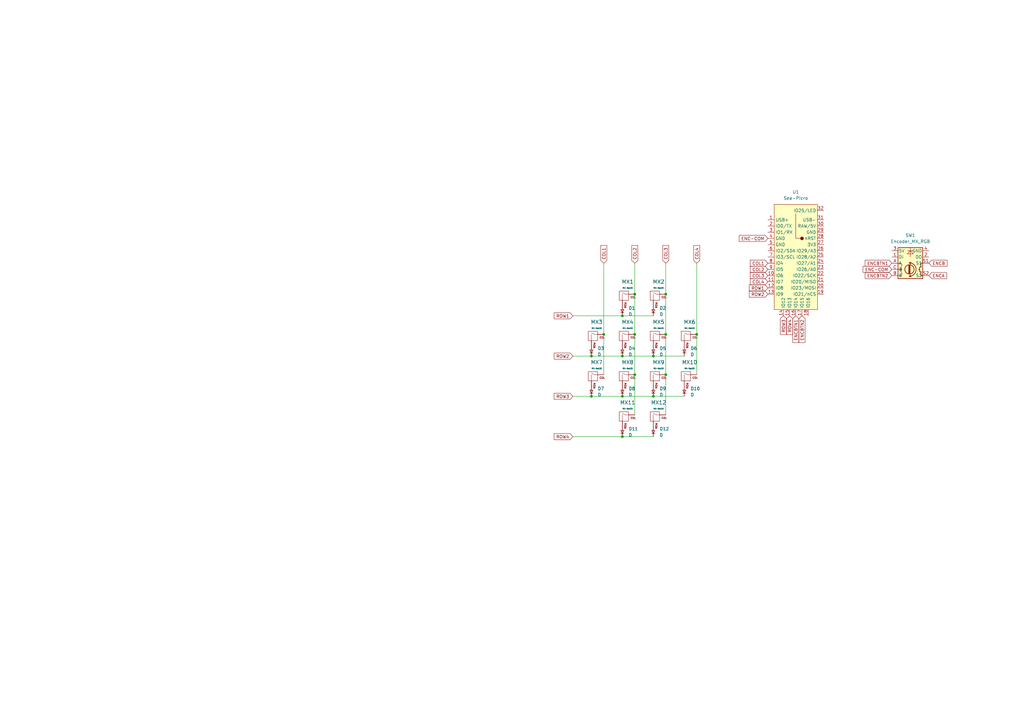
<source format=kicad_sch>
(kicad_sch (version 20250114) (generator "eeschema") (generator_version "9.0")
  (paper "A3")
  (title_block (title "DESIGN_TITLE") (rev "VER_NO") (company "Josh Johnson"))
  (lib_symbols
    (symbol "josh-keyboard:D" (pin_numbers (hide yes)) (pin_names (offset 1.016) (hide yes))
      (property "Reference" "D" (at 0 1.905 0))
      (property "Value" "D" (at 0 -1.905 0))
      (property "Footprint" "josh-passives-smt:D_SOD-123" (at -0.508 7.366 0))
      (symbol "D_0_1"
        (polyline (pts (xy 0 0.635) (xy 0 0) (xy 0 -0.635)) (stroke (width 0.2032)))
        (polyline (pts (xy 1.27 0.635) (xy 1.27 -0.635) (xy 0 0) (xy 1.27 0.635)) (stroke (width 0.2032)))
        (polyline (pts (xy 1.27 0) (xy 0 0)))
      )
      (symbol "D_1_1"
        (pin passive line (at -1.27 0 0) (length 1.27) (name "K") (number "1"))
        (pin passive line (at 2.54 0 180) (length 1.27) (name "A") (number "2"))
      )
    )
    (symbol "josh-keyboard:Encoder_MX_RGB" (pin_names (offset 0.254))
      (property "Reference" "SW" (at -3.81 7.62 0))
      (property "Value" "Encoder_MX_RGB" (at 0 -7.62 0))
      (symbol "Encoder_MX_RGB_0_1"
        (rectangle (start -5.08 6.35) (end 5.08 -6.35) (stroke (width 0.254)) (fill (type background)))
        (polyline (pts (xy -5.08 0) (xy -3.81 0) (xy -3.81 -0.508)))
        (polyline (pts (xy -5.08 -2.54) (xy -3.81 -2.54) (xy -3.81 -3.556) (xy -3.302 -4.572)))
        (polyline (pts (xy -5.08 -5.08) (xy -3.81 -5.08) (xy -3.81 -4.572)))
        (polyline (pts (xy -4.318 -2.54) (xy -3.81 -2.54) (xy -3.81 -1.524) (xy -3.302 -0.508)))
        (circle (center -3.81 -2.54) (radius 0.254) (fill (type outline)))
        (polyline (pts (xy -0.635 -4.318) (xy -0.635 -0.762)) (stroke (width 0.254)))
        (circle (center -0.381 -2.54) (radius 1.905) (stroke (width 0.254)))
        (arc (start -0.381 0.127) (mid 2.3368 -2.5908) (end -0.381 -5.334) (stroke (width 0.254)))
        (polyline (pts (xy -0.381 -4.318) (xy -0.381 -0.762)) (stroke (width 0.254)))
        (polyline (pts (xy -0.127 -0.762) (xy -0.127 -4.318)) (stroke (width 0.254)))
        (polyline (pts (xy 0 5.08) (xy -1.27 3.81) (xy 0 3.81) (xy 1.27 3.81) (xy 0 5.08) (xy -1.27 5.08) (xy 1.27 5.08)))
        (polyline (pts (xy 0 2.54) (xy 0 6.35)))
        (polyline (pts (xy 0.254 0.381) (xy -0.508 0.127) (xy 0.127 -0.254)) (stroke (width 0.254)))
        (polyline (pts (xy 0.254 -5.588) (xy -0.508 -5.334) (xy 0.127 -4.953)) (stroke (width 0.254)))
        (polyline (pts (xy 3.81 -1.524) (xy 3.81 -3.556)) (stroke (width 0.254)))
        (polyline (pts (xy 3.81 -2.54) (xy 3.429 -2.54)) (stroke (width 0.254)))
        (circle (center 4.318 -1.524) (radius 0.127) (stroke (width 0.254)))
        (circle (center 4.318 -3.556) (radius 0.127) (stroke (width 0.254)))
        (polyline (pts (xy 5.08 0) (xy 4.318 0) (xy 4.318 -1.524)) (stroke (width 0.254)))
        (polyline (pts (xy 5.08 -5.08) (xy 4.318 -5.08) (xy 4.318 -3.556)) (stroke (width 0.254)))
      )
      (symbol "Encoder_MX_RGB_1_1"
        (pin input line (at -7.62 5.08 0) (length 2.54) (name "5V") (number "3"))
        (pin input line (at -7.62 2.54 0) (length 2.54) (name "DI") (number "1"))
        (pin passive line (at -7.62 0 0) (length 2.54) (name "A") (number "A"))
        (pin passive line (at -7.62 -2.54 0) (length 2.54) (name "C") (number "C"))
        (pin passive line (at -7.62 -5.08 0) (length 2.54) (name "B") (number "B"))
        (pin input line (at 7.62 5.08 180) (length 2.54) (name "GND") (number "4"))
        (pin output line (at 7.62 2.54 180) (length 2.54) (name "DO") (number "2"))
        (pin passive line (at 7.62 0 180) (length 2.54) (name "S1") (number "S1"))
        (pin passive line (at 7.62 -5.08 180) (length 2.54) (name "S2") (number "S2"))
      )
    )
    (symbol "josh-keyboard:MX-NoLED" (pin_names (offset 1.016))
      (property "Reference" "MX" (at -0.635 3.81 0))
      (property "Value" "MX-NoLED" (at -0.635 1.27 0))
      (symbol "MX-NoLED_0_0"
        (rectangle (start -2.54 2.54) (end 1.27 -1.27))
        (polyline (pts (xy -1.27 -1.27) (xy -1.27 1.27)) (stroke (width 0.127)))
        (polyline (pts (xy 1.27 1.27) (xy 0 1.27) (xy -1.27 1.905)) (stroke (width 0.127)))
        (text "ROW" (at 0 -1.905 900) (effects (font (size 0.762 0.762)) (justify right)))
        (text "COL" (at 3.175 0 0) (effects (font (size 0.762 0.762))))
      )
      (symbol "MX-NoLED_1_1"
        (pin passive line (at -1.27 -3.81 90) (length 2.54) (name "ROW") (number "2"))
        (pin passive line (at 3.81 1.27 180) (length 2.54) (name "COL") (number "1"))
      )
    )
    (symbol "josh-module:Sea-Picro"
      (property "Reference" "U" (at -7.62 26.67 0))
      (property "Value" "Sea-Picro" (at -3.81 24.13 0))
      (symbol "Sea-Picro_0_1"
        (rectangle (start -8.89 22.86) (end 8.89 -20.32) (fill (type background)))
        (polyline (pts (xy 1.905 8.89) (xy 0 8.89) (xy 0 19.05) (xy 0 19.05)))
        (circle (center 2.54 8.89) (radius 0.635) (fill (type outline)))
      )
      (symbol "Sea-Picro_1_1"
        (pin bidirectional line (at -11.43 16.51 0) (length 2.54) (name "USB+") (number "1"))
        (pin bidirectional line (at -11.43 13.97 0) (length 2.54) (name "IO0/TX") (number "2"))
        (pin bidirectional line (at -11.43 11.43 0) (length 2.54) (name "IO1/RX") (number "3"))
        (pin power_in line (at -11.43 8.89 0) (length 2.54) (name "GND") (number "4"))
        (pin power_in line (at -11.43 6.35 0) (length 2.54) (name "GND") (number "5"))
        (pin bidirectional line (at -11.43 3.81 0) (length 2.54) (name "IO2/SDA") (number "6"))
        (pin bidirectional line (at -11.43 1.27 0) (length 2.54) (name "IO3/SCL") (number "7"))
        (pin bidirectional line (at -11.43 -1.27 0) (length 2.54) (name "IO4") (number "8"))
        (pin bidirectional line (at -11.43 -3.81 0) (length 2.54) (name "IO5") (number "9"))
        (pin bidirectional line (at -11.43 -6.35 0) (length 2.54) (name "IO6") (number "10"))
        (pin bidirectional line (at -11.43 -8.89 0) (length 2.54) (name "IO7") (number "11"))
        (pin bidirectional line (at -11.43 -11.43 0) (length 2.54) (name "IO8") (number "12"))
        (pin bidirectional line (at -11.43 -13.97 0) (length 2.54) (name "IO9") (number "13"))
        (pin bidirectional line (at -5.08 -22.86 90) (length 2.54) (name "IO12") (number "14"))
        (pin bidirectional line (at -2.54 -22.86 90) (length 2.54) (name "IO13") (number "15"))
        (pin bidirectional line (at 0 -22.86 90) (length 2.54) (name "IO14") (number "16"))
        (pin bidirectional line (at 2.54 -22.86 90) (length 2.54) (name "IO15") (number "17"))
        (pin bidirectional line (at 5.08 -22.86 90) (length 2.54) (name "IO16") (number "18"))
        (pin bidirectional line (at 11.43 20.32 180) (length 2.54) (name "IO25/LED") (number "32"))
        (pin bidirectional line (at 11.43 16.51 180) (length 2.54) (name "USB-") (number "31"))
        (pin power_in line (at 11.43 13.97 180) (length 2.54) (name "RAW/5V") (number "30"))
        (pin power_in line (at 11.43 11.43 180) (length 2.54) (name "GND") (number "29"))
        (pin bidirectional line (at 11.43 8.89 180) (length 2.54) (name "nRST") (number "28"))
        (pin power_out line (at 11.43 6.35 180) (length 2.54) (name "3V3") (number "27"))
        (pin bidirectional line (at 11.43 3.81 180) (length 2.54) (name "IO29/A3") (number "26"))
        (pin bidirectional line (at 11.43 1.27 180) (length 2.54) (name "IO28/A2") (number "25"))
        (pin bidirectional line (at 11.43 -1.27 180) (length 2.54) (name "IO27/A1") (number "24"))
        (pin bidirectional line (at 11.43 -3.81 180) (length 2.54) (name "IO26/A0") (number "23"))
        (pin bidirectional line (at 11.43 -6.35 180) (length 2.54) (name "IO22/SCK") (number "22"))
        (pin bidirectional line (at 11.43 -8.89 180) (length 2.54) (name "IO20/MISO") (number "21"))
        (pin bidirectional line (at 11.43 -11.43 180) (length 2.54) (name "IO23/MOSI") (number "20"))
        (pin bidirectional line (at 11.43 -13.97 180) (length 2.54) (name "IO21/nCS") (number "19"))
      )
    )
  )
  (junction (at 260.35 153.67))
  (junction (at 260.35 120.65))
  (junction (at 242.57 162.56))
  (junction (at 255.27 179.07))
  (junction (at 273.05 137.16))
  (junction (at 247.65 137.16))
  (junction (at 267.97 146.05))
  (junction (at 285.75 137.16))
  (junction (at 255.27 129.54))
  (junction (at 267.97 162.56))
  (junction (at 255.27 162.56))
  (junction (at 273.05 120.65))
  (junction (at 255.27 146.05))
  (junction (at 242.57 146.05))
  (junction (at 273.05 153.67))
  (junction (at 260.35 137.16))
  (wire (pts (xy 260.35 120.65) (xy 260.35 137.16)))
  (wire (pts (xy 273.05 153.67) (xy 273.05 170.18)))
  (wire (pts (xy 260.35 153.67) (xy 260.35 170.18)))
  (wire (pts (xy 260.35 107.95) (xy 260.35 120.65)))
  (wire (pts (xy 242.57 162.56) (xy 255.27 162.56)))
  (wire (pts (xy 273.05 120.65) (xy 273.05 137.16)))
  (wire (pts (xy 267.97 162.56) (xy 280.67 162.56)))
  (wire (pts (xy 285.75 107.95) (xy 285.75 137.16)))
  (wire (pts (xy 273.05 107.95) (xy 273.05 120.65)))
  (wire (pts (xy 234.95 179.07) (xy 255.27 179.07)))
  (wire (pts (xy 255.27 129.54) (xy 267.97 129.54)))
  (wire (pts (xy 247.65 137.16) (xy 247.65 153.67)))
  (wire (pts (xy 260.35 137.16) (xy 260.35 153.67)))
  (wire (pts (xy 285.75 137.16) (xy 285.75 153.67)))
  (wire (pts (xy 255.27 179.07) (xy 267.97 179.07)))
  (wire (pts (xy 242.57 146.05) (xy 255.27 146.05)))
  (wire (pts (xy 234.95 162.56) (xy 242.57 162.56)))
  (wire (pts (xy 234.95 146.05) (xy 242.57 146.05)))
  (wire (pts (xy 247.65 107.95) (xy 247.65 137.16)))
  (wire (pts (xy 234.95 129.54) (xy 255.27 129.54)))
  (wire (pts (xy 273.05 137.16) (xy 273.05 153.67)))
  (wire (pts (xy 267.97 146.05) (xy 280.67 146.05)))
  (wire (pts (xy 255.27 146.05) (xy 267.97 146.05)))
  (wire (pts (xy 255.27 162.56) (xy 267.97 162.56)))
  (global_label "COL1" (shape input) (at 247.65 107.95 90) (property "Intersheetrefs" "${INTERSHEET_REFS}" (effects (hide yes))))
  (global_label "ROW2" (shape input) (at 234.95 146.05 180) (property "Intersheetrefs" "${INTERSHEET_REFS}" (effects (hide yes))))
  (global_label "ROW1" (shape input) (at 234.95 129.54 180) (property "Intersheetrefs" "${INTERSHEET_REFS}" (effects (hide yes))))
  (global_label "ROW3" (shape input) (at 234.95 162.56 180) (property "Intersheetrefs" "${INTERSHEET_REFS}" (effects (hide yes))))
  (global_label "ENCA" (shape input) (at 381 113.03 0) (property "Intersheetrefs" "${INTERSHEET_REFS}" (effects (hide yes))))
  (global_label "COL2" (shape input) (at 314.96 110.49 180) (property "Intersheetrefs" "${INTERSHEET_REFS}" (effects (hide yes))))
  (global_label "ENCBTN1" (shape input) (at 365.76 107.95 180) (property "Intersheetrefs" "${INTERSHEET_REFS}" (effects (hide yes))))
  (global_label "ROW1" (shape input) (at 314.96 118.11 180) (property "Intersheetrefs" "${INTERSHEET_REFS}" (effects (hide yes))))
  (global_label "ROW2" (shape input) (at 314.96 120.65 180) (property "Intersheetrefs" "${INTERSHEET_REFS}" (effects (hide yes))))
  (global_label "ROW4" (shape input) (at 234.95 179.07 180) (property "Intersheetrefs" "${INTERSHEET_REFS}" (effects (hide yes))))
  (global_label "COL3" (shape input) (at 273.05 107.95 90) (property "Intersheetrefs" "${INTERSHEET_REFS}" (effects (hide yes))))
  (global_label "ENC-COM" (shape input) (at 314.96 97.79 180) (property "Intersheetrefs" "${INTERSHEET_REFS}" (effects (hide yes))))
  (global_label "COL3" (shape input) (at 314.96 113.03 180) (property "Intersheetrefs" "${INTERSHEET_REFS}" (effects (hide yes))))
  (global_label "COL4" (shape input) (at 285.75 107.95 90) (property "Intersheetrefs" "${INTERSHEET_REFS}" (effects (hide yes))))
  (global_label "ROW3" (shape input) (at 321.31 129.54 270) (property "Intersheetrefs" "${INTERSHEET_REFS}" (effects (hide yes))))
  (global_label "COL1" (shape input) (at 314.96 107.95 180) (property "Intersheetrefs" "${INTERSHEET_REFS}" (effects (hide yes))))
  (global_label "COL4" (shape input) (at 314.96 115.57 180) (property "Intersheetrefs" "${INTERSHEET_REFS}" (effects (hide yes))))
  (global_label "ENC-COM" (shape input) (at 365.76 110.49 180) (property "Intersheetrefs" "${INTERSHEET_REFS}" (effects (hide yes))))
  (global_label "ENCBTN1" (shape input) (at 326.39 129.54 270) (property "Intersheetrefs" "${INTERSHEET_REFS}" (effects (hide yes))))
  (global_label "ENCB" (shape input) (at 381 107.95 0) (property "Intersheetrefs" "${INTERSHEET_REFS}" (effects (hide yes))))
  (global_label "ENCBTN2" (shape input) (at 365.76 113.03 180) (property "Intersheetrefs" "${INTERSHEET_REFS}" (effects (hide yes))))
  (global_label "ROW4" (shape input) (at 323.85 129.54 270) (property "Intersheetrefs" "${INTERSHEET_REFS}" (effects (hide yes))))
  (global_label "ENCBTN2" (shape input) (at 328.93 129.54 270) (property "Intersheetrefs" "${INTERSHEET_REFS}" (effects (hide yes))))
  (global_label "COL2" (shape input) (at 260.35 107.95 90) (property "Intersheetrefs" "${INTERSHEET_REFS}" (effects (hide yes))))
  (symbol (lib_id "josh-keyboard:D") (at 267.97 128.27 90) (unit 1)
    (property "Reference" "D2" (at 270.51 126.3649 90) (effects (justify right)))
    (property "Value" "D" (at 270.51 128.9049 90) (effects (justify right)))
    (property "Footprint" "josh-passives-smt:D_SOD-123" (effects (hide yes)))
    (property "Description" "Diode" (effects (hide yes)))
  )
  (symbol (lib_id "josh-keyboard:D") (at 280.67 144.78 90) (unit 1)
    (property "Reference" "D6" (at 283.21 142.8749 90) (effects (justify right)))
    (property "Value" "D" (at 283.21 145.4149 90) (effects (justify right)))
    (property "Footprint" "josh-passives-smt:D_SOD-123" (effects (hide yes)))
    (property "Description" "Diode" (effects (hide yes)))
  )
  (symbol (lib_id "josh-keyboard:MX-NoLED") (at 269.24 121.92 0) (unit 1)
    (property "Reference" "MX2" (at 270.1352 115.57 0) (effects (font (size 1.524 1.524))))
    (property "Value" "MX-NoLED" (at 270.1352 118.11 0) (effects (font (size 0.508 0.508))))
    (property "Footprint" "josh-keyboard:Choc_Hotswap" (effects (hide yes)))
  )
  (symbol (lib_id "josh-keyboard:MX-NoLED") (at 281.94 154.94 0) (unit 1)
    (property "Reference" "MX10" (at 282.8352 148.59 0) (effects (font (size 1.524 1.524))))
    (property "Value" "MX-NoLED" (at 282.8352 151.13 0) (effects (font (size 0.508 0.508))))
    (property "Footprint" "josh-keyboard:Choc_Hotswap" (effects (hide yes)))
  )
  (symbol (lib_id "josh-keyboard:MX-NoLED") (at 256.54 171.45 0) (unit 1)
    (property "Reference" "MX11" (at 257.4352 165.1 0) (effects (font (size 1.524 1.524))))
    (property "Value" "MX-NoLED" (at 257.4352 167.64 0) (effects (font (size 0.508 0.508))))
    (property "Footprint" "josh-keyboard:Choc_Hotswap" (effects (hide yes)))
  )
  (symbol (lib_id "josh-keyboard:D") (at 280.67 161.29 90) (unit 1)
    (property "Reference" "D10" (at 283.21 159.3849 90) (effects (justify right)))
    (property "Value" "D" (at 283.21 161.9249 90) (effects (justify right)))
    (property "Footprint" "josh-passives-smt:D_SOD-123" (effects (hide yes)))
    (property "Description" "Diode" (effects (hide yes)))
  )
  (symbol (lib_id "josh-keyboard:MX-NoLED") (at 269.24 138.43 0) (unit 1)
    (property "Reference" "MX5" (at 270.1352 132.08 0) (effects (font (size 1.524 1.524))))
    (property "Value" "MX-NoLED" (at 270.1352 134.62 0) (effects (font (size 0.508 0.508))))
    (property "Footprint" "josh-keyboard:Choc_Hotswap" (effects (hide yes)))
  )
  (symbol (lib_id "josh-keyboard:MX-NoLED") (at 256.54 121.92 0) (unit 1)
    (property "Reference" "MX1" (at 257.4352 115.57 0) (effects (font (size 1.524 1.524))))
    (property "Value" "MX-NoLED" (at 257.4352 118.11 0) (effects (font (size 0.508 0.508))))
    (property "Footprint" "josh-keyboard:Choc_Hotswap" (effects (hide yes)))
  )
  (symbol (lib_id "josh-keyboard:MX-NoLED") (at 269.24 171.45 0) (unit 1)
    (property "Reference" "MX12" (at 270.1352 165.1 0) (effects (font (size 1.524 1.524))))
    (property "Value" "MX-NoLED" (at 270.1352 167.64 0) (effects (font (size 0.508 0.508))))
    (property "Footprint" "josh-keyboard:Choc_Hotswap" (effects (hide yes)))
  )
  (symbol (lib_id "josh-keyboard:MX-NoLED") (at 256.54 138.43 0) (unit 1)
    (property "Reference" "MX4" (at 257.4352 132.08 0) (effects (font (size 1.524 1.524))))
    (property "Value" "MX-NoLED" (at 257.4352 134.62 0) (effects (font (size 0.508 0.508))))
    (property "Footprint" "josh-keyboard:Choc_Hotswap" (effects (hide yes)))
  )
  (symbol (lib_id "josh-keyboard:D") (at 267.97 161.29 90) (unit 1)
    (property "Reference" "D9" (at 270.51 159.3849 90) (effects (justify right)))
    (property "Value" "D" (at 270.51 161.9249 90) (effects (justify right)))
    (property "Footprint" "josh-passives-smt:D_SOD-123" (effects (hide yes)))
    (property "Description" "Diode" (effects (hide yes)))
  )
  (symbol (lib_id "josh-keyboard:D") (at 255.27 144.78 90) (unit 1)
    (property "Reference" "D4" (at 257.81 142.8749 90) (effects (justify right)))
    (property "Value" "D" (at 257.81 145.4149 90) (effects (justify right)))
    (property "Footprint" "josh-passives-smt:D_SOD-123" (effects (hide yes)))
    (property "Description" "Diode" (effects (hide yes)))
  )
  (symbol (lib_id "josh-keyboard:MX-NoLED") (at 269.24 154.94 0) (unit 1)
    (property "Reference" "MX9" (at 270.1352 148.59 0) (effects (font (size 1.524 1.524))))
    (property "Value" "MX-NoLED" (at 270.1352 151.13 0) (effects (font (size 0.508 0.508))))
    (property "Footprint" "josh-keyboard:Choc_Hotswap" (effects (hide yes)))
  )
  (symbol (lib_id "josh-module:Sea-Picro") (at 326.39 106.68 0) (unit 1)
    (property "Reference" "U1" (at 326.39 78.74 0))
    (property "Value" "Sea-Picro" (at 326.39 81.28 0))
    (property "Footprint" "josh-module:Sea-Picro_EXT_Module_Castellated" (effects (hide yes)))
  )
  (symbol (lib_id "josh-keyboard:MX-NoLED") (at 243.84 138.43 0) (unit 1)
    (property "Reference" "MX3" (at 244.7352 132.08 0) (effects (font (size 1.524 1.524))))
    (property "Value" "MX-NoLED" (at 244.7352 134.62 0) (effects (font (size 0.508 0.508))))
    (property "Footprint" "josh-keyboard:Choc_Hotswap" (effects (hide yes)))
  )
  (symbol (lib_id "josh-keyboard:Encoder_MX_RGB") (at 373.38 107.95 0) (unit 1)
    (property "Reference" "SW1" (at 373.38 96.52 0))
    (property "Value" "Encoder_MX_RGB" (at 373.38 99.06 0))
    (property "Footprint" "josh-buttons-switches:RotaryEncoder_Alps_EC11E" (effects (hide yes)))
    (property "Description" "Rotary encoder, dual channel, incremental quadrate outputs, with switch" (effects (hide yes)))
  )
  (symbol (lib_id "josh-keyboard:D") (at 255.27 161.29 90) (unit 1)
    (property "Reference" "D8" (at 257.81 159.3849 90) (effects (justify right)))
    (property "Value" "D" (at 257.81 161.9249 90) (effects (justify right)))
    (property "Footprint" "josh-passives-smt:D_SOD-123" (effects (hide yes)))
    (property "Description" "Diode" (effects (hide yes)))
  )
  (symbol (lib_id "josh-keyboard:D") (at 242.57 144.78 90) (unit 1)
    (property "Reference" "D3" (at 245.11 142.8749 90) (effects (justify right)))
    (property "Value" "D" (at 245.11 145.4149 90) (effects (justify right)))
    (property "Footprint" "josh-passives-smt:D_SOD-123" (effects (hide yes)))
    (property "Description" "Diode" (effects (hide yes)))
  )
  (symbol (lib_id "josh-keyboard:MX-NoLED") (at 243.84 154.94 0) (unit 1)
    (property "Reference" "MX7" (at 244.7352 148.59 0) (effects (font (size 1.524 1.524))))
    (property "Value" "MX-NoLED" (at 244.7352 151.13 0) (effects (font (size 0.508 0.508))))
    (property "Footprint" "josh-keyboard:Choc_Hotswap" (effects (hide yes)))
  )
  (symbol (lib_id "josh-keyboard:D") (at 242.57 161.29 90) (unit 1)
    (property "Reference" "D7" (at 245.11 159.3849 90) (effects (justify right)))
    (property "Value" "D" (at 245.11 161.9249 90) (effects (justify right)))
    (property "Footprint" "josh-passives-smt:D_SOD-123" (effects (hide yes)))
    (property "Description" "Diode" (effects (hide yes)))
  )
  (symbol (lib_id "josh-keyboard:D") (at 255.27 177.8 90) (unit 1)
    (property "Reference" "D11" (at 257.81 175.8949 90) (effects (justify right)))
    (property "Value" "D" (at 257.81 178.4349 90) (effects (justify right)))
    (property "Footprint" "josh-passives-smt:D_SOD-123" (effects (hide yes)))
    (property "Description" "Diode" (effects (hide yes)))
  )
  (symbol (lib_id "josh-keyboard:D") (at 267.97 177.8 90) (unit 1)
    (property "Reference" "D12" (at 270.51 175.8949 90) (effects (justify right)))
    (property "Value" "D" (at 270.51 178.4349 90) (effects (justify right)))
    (property "Footprint" "josh-passives-smt:D_SOD-123" (effects (hide yes)))
    (property "Description" "Diode" (effects (hide yes)))
  )
  (symbol (lib_id "josh-keyboard:D") (at 267.97 144.78 90) (unit 1)
    (property "Reference" "D5" (at 270.51 142.8749 90) (effects (justify right)))
    (property "Value" "D" (at 270.51 145.4149 90) (effects (justify right)))
    (property "Footprint" "josh-passives-smt:D_SOD-123" (effects (hide yes)))
    (property "Description" "Diode" (effects (hide yes)))
  )
  (symbol (lib_id "josh-keyboard:MX-NoLED") (at 256.54 154.94 0) (unit 1)
    (property "Reference" "MX8" (at 257.4352 148.59 0) (effects (font (size 1.524 1.524))))
    (property "Value" "MX-NoLED" (at 257.4352 151.13 0) (effects (font (size 0.508 0.508))))
    (property "Footprint" "josh-keyboard:Choc_Hotswap" (effects (hide yes)))
  )
  (symbol (lib_id "josh-keyboard:MX-NoLED") (at 281.94 138.43 0) (unit 1)
    (property "Reference" "MX6" (at 282.8352 132.08 0) (effects (font (size 1.524 1.524))))
    (property "Value" "MX-NoLED" (at 282.8352 134.62 0) (effects (font (size 0.508 0.508))))
    (property "Footprint" "josh-keyboard:Choc_Hotswap" (effects (hide yes)))
  )
  (symbol (lib_id "josh-keyboard:D") (at 255.27 128.27 90) (unit 1)
    (property "Reference" "D1" (at 257.81 126.3649 90) (effects (justify right)))
    (property "Value" "D" (at 257.81 128.9049 90) (effects (justify right)))
    (property "Footprint" "josh-passives-smt:D_SOD-123" (effects (hide yes)))
    (property "Description" "Diode" (effects (hide yes)))
  )
)
</source>
